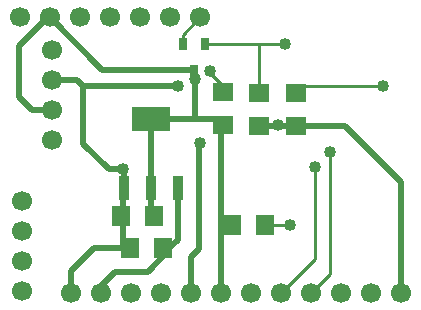
<source format=gbr>
G04 DipTrace 3.3.1.3*
G04 Top.gbr*
%MOMM*%
G04 #@! TF.FileFunction,Copper,L1,Top*
G04 #@! TF.Part,Single*
G04 #@! TA.AperFunction,Conductor*
%ADD10C,0.25*%
%ADD14C,0.5*%
%ADD17R,1.6X1.8*%
G04 #@! TA.AperFunction,ComponentPad*
%ADD20C,1.7*%
%ADD23R,0.65X1.05*%
%ADD24R,1.8X1.6*%
%ADD26R,0.95X2.15*%
%ADD27R,3.25X2.15*%
G04 #@! TA.AperFunction,ViaPad*
%ADD28C,1.016*%
%FSLAX35Y35*%
G04*
G71*
G90*
G75*
G01*
G04 Top*
%LPD*%
X2517603Y1815103D2*
D10*
X2581160Y1878660D1*
X3255710D1*
X2424593Y2230283D2*
X2211313D1*
Y1816813D1*
Y2230103D2*
X1750690D1*
Y2234323D1*
X2808073Y1319853D2*
Y289933D1*
X2646723Y128583D1*
X2679537Y1193113D2*
Y415397D1*
X2392723Y128583D1*
X1655690Y2004323D2*
D14*
Y1947373D1*
X1663157Y1939907D1*
Y1934653D1*
X1655690Y2004323D2*
Y2015943D1*
X882627D1*
X438960Y2459610D1*
X1663157Y1934653D2*
Y1598147D1*
X1291363D1*
Y1018147D2*
Y1598147D1*
X1663157D2*
X1904560D1*
Y1545140D1*
Y1598967D1*
X1884723D1*
Y677797D1*
Y128583D1*
Y677797D2*
X1910393Y703467D1*
X1975877D1*
X1291363Y1018147D2*
Y773797D1*
X1315460D1*
X438960Y2459610D2*
X424220D1*
X176823Y2212213D1*
Y1786007D1*
X287413Y1675417D1*
X456363D1*
X1708960Y2459610D2*
D10*
X1560690Y2311340D1*
Y2234323D1*
X1521363Y1018147D2*
D14*
Y576057D1*
X1447780Y502473D1*
X1394890D1*
X1425507Y471857D1*
X1430723D1*
X1265417Y306550D1*
X986947D1*
X868723Y188327D1*
Y128583D1*
X1904560Y1825140D2*
D10*
X1897177D1*
Y1883243D1*
X1779977Y2000443D1*
X1792117D1*
X2255877Y703467D2*
X2258660Y700683D1*
X2472097D1*
X1061363Y1018147D2*
D14*
X1057293Y1014077D1*
Y773797D1*
Y502473D1*
X1114890D1*
X807013D1*
X614723Y310183D1*
Y128583D1*
X1056683Y1177103D2*
X1061363Y1172423D1*
Y1018147D1*
X1709273Y1393257D2*
X1702153Y1386137D1*
Y499470D1*
X1630723Y428040D1*
Y128583D1*
X1035460Y773797D2*
X1057293D1*
X1056683Y1177103D2*
X933873D1*
X720880Y1390097D1*
Y1875750D1*
X667213Y1929417D1*
X456363D1*
X2211313Y1536813D2*
X2361883D1*
Y1535103D1*
X2517603D1*
X2368050Y1544557D2*
X2361883Y1535103D1*
X2517603D2*
X2935493D1*
X3408723Y1061873D1*
Y128583D1*
X1523163Y1878110D2*
X720880Y1875750D1*
D28*
X1056683Y1177103D3*
X2368050Y1544557D3*
X1709273Y1393257D3*
X2679537Y1193113D3*
X2808073Y1319853D3*
X1663157Y1934653D3*
X2424593Y2230283D3*
X1523163Y1878110D3*
X1792117Y2000443D3*
X3255710Y1878660D3*
X2472097Y700683D3*
D17*
X1315460Y773797D3*
X1035460D3*
X1394890Y502473D3*
X1114890D3*
D20*
X614723Y128583D3*
X868723D3*
X1122723D3*
X1376723D3*
X1630723D3*
X1884723D3*
X2138723D3*
X2392723D3*
X2646723D3*
X2900723D3*
X3154723D3*
X3408723D3*
X456363Y1421417D3*
Y1675417D3*
Y1929417D3*
Y2183417D3*
X197830Y142050D3*
X197807Y396050D3*
Y650050D3*
Y904050D3*
D23*
X1750690Y2234323D3*
X1560690D3*
X1655690Y2004323D3*
D24*
X2211313Y1816813D3*
Y1536813D3*
X1904560Y1825140D3*
Y1545140D3*
D17*
X1975877Y703467D3*
X2255877D3*
D26*
X1061363Y1018147D3*
X1291363D3*
X1521363D3*
D27*
X1291363Y1598147D3*
D24*
X2517603Y1535103D3*
Y1815103D3*
D20*
X1708960Y2459610D3*
X1454960D3*
X1200960D3*
X946960D3*
X692960D3*
X438960D3*
X184960D3*
M02*

</source>
